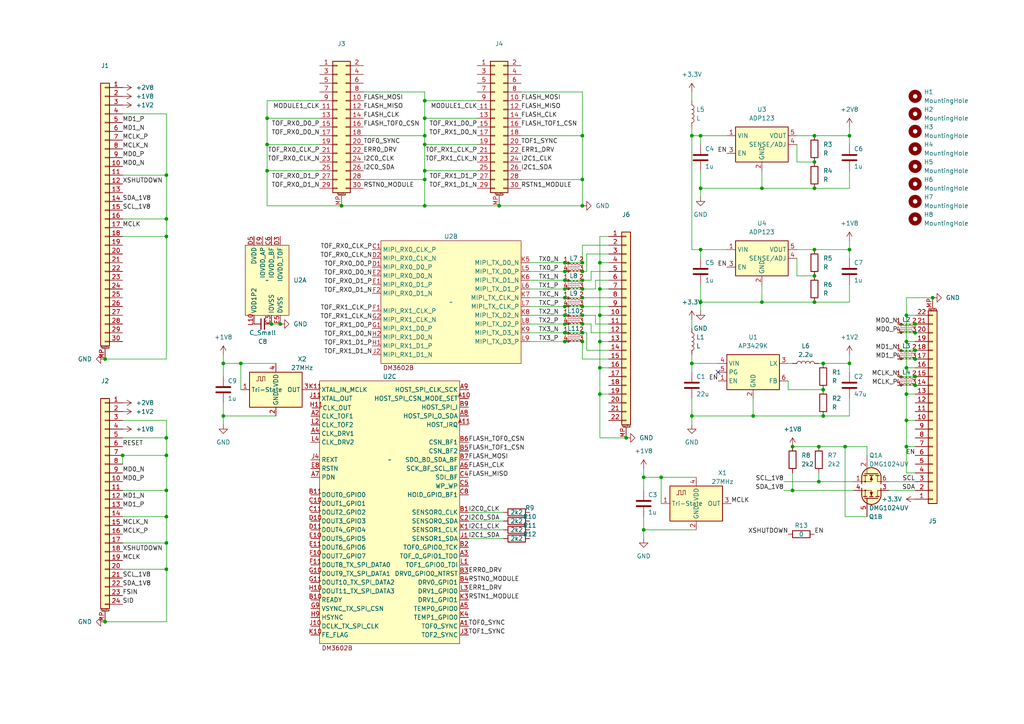
<source format=kicad_sch>
(kicad_sch (version 20230121) (generator eeschema)
  (paper "A4")
  (junction (at 236.22 72.39))
  (junction (at 265.43 104.14))
  (junction (at 48.26 68.58))
  (junction (at 64.77 105.41))
  (junction (at 48.26 165.1))
  (junction (at 173.99 91.44))
  (junction (at 168.91 91.44))
  (junction (at 168.91 52.07))
  (junction (at 265.43 109.22))
  (junction (at 246.38 39.37))
  (junction (at 168.91 99.06))
  (junction (at 168.91 39.37))
  (junction (at 265.43 96.52))
  (junction (at 69.85 105.41))
  (junction (at 203.2 39.37))
  (junction (at 237.49 129.54))
  (junction (at 186.69 138.43))
  (junction (at 168.91 76.2))
  (junction (at 265.43 93.98))
  (junction (at 77.47 41.91))
  (junction (at 163.83 99.06))
  (junction (at 35.56 132.08))
  (junction (at 163.83 86.36))
  (junction (at 123.19 39.37))
  (junction (at 48.26 50.8))
  (junction (at 236.22 54.61))
  (junction (at 236.22 46.99))
  (junction (at 270.51 86.36))
  (junction (at 262.89 99.06))
  (junction (at 48.26 127))
  (junction (at 168.91 59.69))
  (junction (at 168.91 86.36))
  (junction (at 163.83 76.2))
  (junction (at 191.77 138.43))
  (junction (at 64.77 120.65))
  (junction (at 123.19 52.07))
  (junction (at 200.66 105.41))
  (junction (at 246.38 72.39))
  (junction (at 48.26 132.08))
  (junction (at 236.22 39.37))
  (junction (at 200.66 120.65))
  (junction (at 48.26 149.86))
  (junction (at 144.78 59.69))
  (junction (at 30.48 104.14))
  (junction (at 173.99 99.06))
  (junction (at 48.26 142.24))
  (junction (at 168.91 88.9))
  (junction (at 238.76 113.03))
  (junction (at 203.2 87.63))
  (junction (at 186.69 153.67))
  (junction (at 163.83 81.28))
  (junction (at 77.47 34.29))
  (junction (at 236.22 80.01))
  (junction (at 220.98 54.61))
  (junction (at 123.19 49.53))
  (junction (at 163.83 93.98))
  (junction (at 236.22 87.63))
  (junction (at 262.89 106.68))
  (junction (at 99.06 59.69))
  (junction (at 123.19 34.29))
  (junction (at 168.91 96.52))
  (junction (at 237.49 139.7))
  (junction (at 168.91 78.74))
  (junction (at 173.99 83.82))
  (junction (at 181.61 127))
  (junction (at 48.26 157.48))
  (junction (at 123.19 29.21))
  (junction (at 168.91 81.28))
  (junction (at 163.83 91.44))
  (junction (at 163.83 96.52))
  (junction (at 78.74 93.98))
  (junction (at 220.98 87.63))
  (junction (at 203.2 72.39))
  (junction (at 262.89 114.3))
  (junction (at 48.26 63.5))
  (junction (at 262.89 121.92))
  (junction (at 245.11 129.54))
  (junction (at 200.66 39.37))
  (junction (at 246.38 105.41))
  (junction (at 123.19 59.69))
  (junction (at 265.43 111.76))
  (junction (at 168.91 93.98))
  (junction (at 77.47 49.53))
  (junction (at 173.99 114.3))
  (junction (at 173.99 76.2))
  (junction (at 203.2 54.61))
  (junction (at 265.43 101.6))
  (junction (at 218.44 120.65))
  (junction (at 163.83 88.9))
  (junction (at 163.83 83.82))
  (junction (at 123.19 41.91))
  (junction (at 81.28 93.98))
  (junction (at 30.48 180.34))
  (junction (at 238.76 105.41))
  (junction (at 229.87 142.24))
  (junction (at 262.89 91.44))
  (junction (at 238.76 120.65))
  (junction (at 229.87 129.54))
  (junction (at 168.91 83.82))
  (junction (at 262.89 129.54))
  (junction (at 173.99 106.68))
  (junction (at 163.83 78.74))
  (no_connect (at 208.28 107.95))
  (wire (pts (xy 186.69 138.43) (xy 191.77 138.43)))
  (wire (pts (xy 220.98 87.63) (xy 236.22 87.63)))
  (wire (pts (xy 220.98 82.55) (xy 220.98 87.63)))
  (wire (pts (xy 163.83 88.9) (xy 168.91 88.9)))
  (wire (pts (xy 238.76 120.65) (xy 246.38 120.65)))
  (wire (pts (xy 173.99 99.06) (xy 173.99 106.68)))
  (wire (pts (xy 170.18 78.74) (xy 170.18 73.66)))
  (wire (pts (xy 153.67 88.9) (xy 163.83 88.9)))
  (wire (pts (xy 123.19 49.53) (xy 138.43 49.53)))
  (wire (pts (xy 123.19 41.91) (xy 138.43 41.91)))
  (wire (pts (xy 168.91 52.07) (xy 168.91 59.69)))
  (wire (pts (xy 69.85 105.41) (xy 69.85 113.03)))
  (wire (pts (xy 35.56 50.8) (xy 48.26 50.8)))
  (wire (pts (xy 200.66 26.67) (xy 200.66 29.21)))
  (wire (pts (xy 123.19 34.29) (xy 138.43 34.29)))
  (wire (pts (xy 35.56 165.1) (xy 48.26 165.1)))
  (wire (pts (xy 151.13 26.67) (xy 168.91 26.67)))
  (wire (pts (xy 203.2 87.63) (xy 203.2 90.17)))
  (wire (pts (xy 168.91 81.28) (xy 171.45 81.28)))
  (wire (pts (xy 171.45 93.98) (xy 171.45 96.52)))
  (wire (pts (xy 48.26 165.1) (xy 48.26 180.34)))
  (wire (pts (xy 163.83 81.28) (xy 168.91 81.28)))
  (wire (pts (xy 262.89 99.06) (xy 265.43 99.06)))
  (wire (pts (xy 35.56 121.92) (xy 48.26 121.92)))
  (wire (pts (xy 200.66 92.71) (xy 200.66 95.25)))
  (wire (pts (xy 251.46 129.54) (xy 251.46 132.08)))
  (wire (pts (xy 35.56 132.08) (xy 48.26 132.08)))
  (wire (pts (xy 123.19 39.37) (xy 123.19 41.91)))
  (wire (pts (xy 168.91 104.14) (xy 176.53 104.14)))
  (wire (pts (xy 228.6 110.49) (xy 228.6 113.03)))
  (wire (pts (xy 153.67 86.36) (xy 163.83 86.36)))
  (wire (pts (xy 245.11 129.54) (xy 237.49 129.54)))
  (wire (pts (xy 231.14 46.99) (xy 231.14 41.91)))
  (wire (pts (xy 203.2 54.61) (xy 203.2 57.15)))
  (wire (pts (xy 246.38 36.83) (xy 246.38 39.37)))
  (wire (pts (xy 246.38 69.85) (xy 246.38 72.39)))
  (wire (pts (xy 257.81 142.24) (xy 265.43 142.24)))
  (wire (pts (xy 48.26 104.14) (xy 30.48 104.14)))
  (wire (pts (xy 163.83 93.98) (xy 168.91 93.98)))
  (wire (pts (xy 172.72 91.44) (xy 172.72 93.98)))
  (wire (pts (xy 262.89 114.3) (xy 265.43 114.3)))
  (wire (pts (xy 69.85 105.41) (xy 80.01 105.41)))
  (wire (pts (xy 123.19 59.69) (xy 144.78 59.69)))
  (wire (pts (xy 105.41 26.67) (xy 123.19 26.67)))
  (wire (pts (xy 64.77 105.41) (xy 64.77 109.22)))
  (wire (pts (xy 163.83 91.44) (xy 168.91 91.44)))
  (wire (pts (xy 236.22 39.37) (xy 246.38 39.37)))
  (wire (pts (xy 203.2 72.39) (xy 210.82 72.39)))
  (wire (pts (xy 48.26 50.8) (xy 48.26 63.5)))
  (wire (pts (xy 173.99 83.82) (xy 173.99 91.44)))
  (wire (pts (xy 123.19 59.69) (xy 99.06 59.69)))
  (wire (pts (xy 173.99 127) (xy 181.61 127)))
  (wire (pts (xy 238.76 105.41) (xy 246.38 105.41)))
  (wire (pts (xy 191.77 138.43) (xy 191.77 146.05)))
  (wire (pts (xy 173.99 106.68) (xy 173.99 114.3)))
  (wire (pts (xy 123.19 26.67) (xy 123.19 29.21)))
  (wire (pts (xy 135.89 151.13) (xy 146.05 151.13)))
  (wire (pts (xy 262.89 121.92) (xy 262.89 114.3)))
  (wire (pts (xy 64.77 116.84) (xy 64.77 120.65)))
  (wire (pts (xy 135.89 156.21) (xy 146.05 156.21)))
  (wire (pts (xy 200.66 120.65) (xy 218.44 120.65)))
  (wire (pts (xy 260.35 101.6) (xy 265.43 101.6)))
  (wire (pts (xy 78.74 93.98) (xy 81.28 93.98)))
  (wire (pts (xy 48.26 33.02) (xy 48.26 50.8)))
  (wire (pts (xy 173.99 68.58) (xy 176.53 68.58)))
  (wire (pts (xy 262.89 106.68) (xy 262.89 99.06)))
  (wire (pts (xy 228.6 113.03) (xy 238.76 113.03)))
  (wire (pts (xy 246.38 102.87) (xy 246.38 105.41)))
  (wire (pts (xy 203.2 74.93) (xy 203.2 72.39)))
  (wire (pts (xy 173.99 91.44) (xy 176.53 91.44)))
  (wire (pts (xy 227.33 142.24) (xy 229.87 142.24)))
  (wire (pts (xy 262.89 114.3) (xy 262.89 106.68)))
  (wire (pts (xy 173.99 68.58) (xy 173.99 76.2)))
  (wire (pts (xy 173.99 114.3) (xy 176.53 114.3)))
  (wire (pts (xy 168.91 71.12) (xy 176.53 71.12)))
  (wire (pts (xy 220.98 49.53) (xy 220.98 54.61)))
  (wire (pts (xy 262.89 137.16) (xy 262.89 129.54)))
  (wire (pts (xy 123.19 52.07) (xy 123.19 59.69)))
  (wire (pts (xy 77.47 41.91) (xy 77.47 34.29)))
  (wire (pts (xy 172.72 93.98) (xy 176.53 93.98)))
  (wire (pts (xy 168.91 91.44) (xy 172.72 91.44)))
  (wire (pts (xy 77.47 41.91) (xy 77.47 49.53)))
  (wire (pts (xy 170.18 73.66) (xy 176.53 73.66)))
  (wire (pts (xy 173.99 76.2) (xy 173.99 83.82)))
  (wire (pts (xy 168.91 88.9) (xy 176.53 88.9)))
  (wire (pts (xy 48.26 149.86) (xy 48.26 157.48)))
  (wire (pts (xy 203.2 82.55) (xy 203.2 87.63)))
  (wire (pts (xy 123.19 41.91) (xy 123.19 49.53)))
  (wire (pts (xy 163.83 83.82) (xy 168.91 83.82)))
  (wire (pts (xy 260.35 93.98) (xy 265.43 93.98)))
  (wire (pts (xy 260.35 109.22) (xy 265.43 109.22)))
  (wire (pts (xy 227.33 139.7) (xy 237.49 139.7)))
  (wire (pts (xy 170.18 96.52) (xy 170.18 101.6)))
  (wire (pts (xy 200.66 72.39) (xy 203.2 72.39)))
  (wire (pts (xy 168.91 96.52) (xy 170.18 96.52)))
  (wire (pts (xy 64.77 123.19) (xy 64.77 120.65)))
  (wire (pts (xy 64.77 105.41) (xy 69.85 105.41)))
  (wire (pts (xy 77.47 34.29) (xy 77.47 29.21)))
  (wire (pts (xy 64.77 102.87) (xy 64.77 105.41)))
  (wire (pts (xy 48.26 180.34) (xy 30.48 180.34)))
  (wire (pts (xy 203.2 54.61) (xy 220.98 54.61)))
  (wire (pts (xy 236.22 72.39) (xy 246.38 72.39)))
  (wire (pts (xy 173.99 99.06) (xy 176.53 99.06)))
  (wire (pts (xy 168.91 86.36) (xy 176.53 86.36)))
  (wire (pts (xy 135.89 148.59) (xy 146.05 148.59)))
  (wire (pts (xy 171.45 96.52) (xy 176.53 96.52)))
  (wire (pts (xy 153.67 76.2) (xy 163.83 76.2)))
  (wire (pts (xy 200.66 107.95) (xy 200.66 105.41)))
  (wire (pts (xy 153.67 96.52) (xy 163.83 96.52)))
  (wire (pts (xy 123.19 34.29) (xy 123.19 39.37)))
  (wire (pts (xy 153.67 83.82) (xy 163.83 83.82)))
  (wire (pts (xy 35.56 33.02) (xy 48.26 33.02)))
  (wire (pts (xy 168.91 83.82) (xy 172.72 83.82)))
  (wire (pts (xy 231.14 80.01) (xy 231.14 74.93)))
  (wire (pts (xy 153.67 78.74) (xy 163.83 78.74)))
  (wire (pts (xy 173.99 114.3) (xy 173.99 127)))
  (wire (pts (xy 35.56 149.86) (xy 48.26 149.86)))
  (wire (pts (xy 200.66 123.19) (xy 200.66 120.65)))
  (wire (pts (xy 48.26 68.58) (xy 48.26 104.14)))
  (wire (pts (xy 168.91 39.37) (xy 168.91 52.07)))
  (wire (pts (xy 77.47 34.29) (xy 92.71 34.29)))
  (wire (pts (xy 262.89 99.06) (xy 262.89 91.44)))
  (wire (pts (xy 186.69 138.43) (xy 186.69 142.24)))
  (wire (pts (xy 168.91 93.98) (xy 171.45 93.98)))
  (wire (pts (xy 200.66 39.37) (xy 203.2 39.37)))
  (wire (pts (xy 265.43 129.54) (xy 262.89 129.54)))
  (wire (pts (xy 186.69 149.86) (xy 186.69 153.67)))
  (wire (pts (xy 218.44 115.57) (xy 218.44 120.65)))
  (wire (pts (xy 237.49 105.41) (xy 238.76 105.41)))
  (wire (pts (xy 168.91 76.2) (xy 168.91 71.12)))
  (wire (pts (xy 200.66 36.83) (xy 200.66 39.37)))
  (wire (pts (xy 168.91 59.69) (xy 144.78 59.69)))
  (wire (pts (xy 236.22 80.01) (xy 231.14 80.01)))
  (wire (pts (xy 237.49 129.54) (xy 229.87 129.54)))
  (wire (pts (xy 228.6 105.41) (xy 229.87 105.41)))
  (wire (pts (xy 257.81 139.7) (xy 265.43 139.7)))
  (wire (pts (xy 99.06 59.69) (xy 77.47 59.69)))
  (wire (pts (xy 260.35 104.14) (xy 265.43 104.14)))
  (wire (pts (xy 48.26 142.24) (xy 48.26 149.86)))
  (wire (pts (xy 163.83 99.06) (xy 168.91 99.06)))
  (wire (pts (xy 200.66 105.41) (xy 208.28 105.41)))
  (wire (pts (xy 251.46 149.86) (xy 245.11 149.86)))
  (wire (pts (xy 48.26 132.08) (xy 48.26 142.24)))
  (wire (pts (xy 171.45 81.28) (xy 171.45 78.74)))
  (wire (pts (xy 153.67 81.28) (xy 163.83 81.28)))
  (wire (pts (xy 77.47 41.91) (xy 92.71 41.91)))
  (wire (pts (xy 48.26 127) (xy 48.26 132.08)))
  (wire (pts (xy 172.72 83.82) (xy 172.72 81.28)))
  (wire (pts (xy 105.41 52.07) (xy 123.19 52.07)))
  (wire (pts (xy 260.35 111.76) (xy 265.43 111.76)))
  (wire (pts (xy 168.91 104.14) (xy 168.91 99.06)))
  (wire (pts (xy 172.72 81.28) (xy 176.53 81.28)))
  (wire (pts (xy 218.44 120.65) (xy 238.76 120.65)))
  (wire (pts (xy 168.91 26.67) (xy 168.91 39.37)))
  (wire (pts (xy 186.69 135.89) (xy 186.69 138.43)))
  (wire (pts (xy 231.14 39.37) (xy 236.22 39.37)))
  (wire (pts (xy 200.66 102.87) (xy 200.66 105.41)))
  (wire (pts (xy 265.43 137.16) (xy 262.89 137.16)))
  (wire (pts (xy 245.11 129.54) (xy 251.46 129.54)))
  (wire (pts (xy 35.56 68.58) (xy 48.26 68.58)))
  (wire (pts (xy 138.43 29.21) (xy 123.19 29.21)))
  (wire (pts (xy 151.13 39.37) (xy 168.91 39.37)))
  (wire (pts (xy 231.14 72.39) (xy 236.22 72.39)))
  (wire (pts (xy 48.26 121.92) (xy 48.26 127)))
  (wire (pts (xy 262.89 129.54) (xy 262.89 121.92)))
  (wire (pts (xy 203.2 49.53) (xy 203.2 54.61)))
  (wire (pts (xy 163.83 96.52) (xy 168.91 96.52)))
  (wire (pts (xy 200.66 115.57) (xy 200.66 120.65)))
  (wire (pts (xy 170.18 101.6) (xy 176.53 101.6)))
  (wire (pts (xy 200.66 39.37) (xy 200.66 72.39)))
  (wire (pts (xy 123.19 29.21) (xy 123.19 34.29)))
  (wire (pts (xy 64.77 120.65) (xy 80.01 120.65)))
  (wire (pts (xy 48.26 157.48) (xy 48.26 165.1)))
  (wire (pts (xy 105.41 39.37) (xy 123.19 39.37)))
  (wire (pts (xy 203.2 87.63) (xy 220.98 87.63)))
  (wire (pts (xy 35.56 127) (xy 48.26 127)))
  (wire (pts (xy 262.89 106.68) (xy 265.43 106.68)))
  (wire (pts (xy 123.19 49.53) (xy 123.19 52.07)))
  (wire (pts (xy 246.38 39.37) (xy 246.38 41.91)))
  (wire (pts (xy 153.67 99.06) (xy 163.83 99.06)))
  (wire (pts (xy 77.47 49.53) (xy 77.47 59.69)))
  (wire (pts (xy 220.98 54.61) (xy 236.22 54.61)))
  (wire (pts (xy 163.83 78.74) (xy 168.91 78.74)))
  (wire (pts (xy 262.89 91.44) (xy 265.43 91.44)))
  (wire (pts (xy 236.22 87.63) (xy 246.38 87.63)))
  (wire (pts (xy 35.56 63.5) (xy 48.26 63.5)))
  (wire (pts (xy 262.89 121.92) (xy 265.43 121.92)))
  (wire (pts (xy 173.99 91.44) (xy 173.99 99.06)))
  (wire (pts (xy 260.35 96.52) (xy 265.43 96.52)))
  (wire (pts (xy 203.2 39.37) (xy 210.82 39.37)))
  (wire (pts (xy 246.38 87.63) (xy 246.38 82.55)))
  (wire (pts (xy 173.99 76.2) (xy 176.53 76.2)))
  (wire (pts (xy 77.47 29.21) (xy 92.71 29.21)))
  (wire (pts (xy 135.89 153.67) (xy 146.05 153.67)))
  (wire (pts (xy 173.99 106.68) (xy 176.53 106.68)))
  (wire (pts (xy 153.67 91.44) (xy 163.83 91.44)))
  (wire (pts (xy 237.49 137.16) (xy 237.49 139.7)))
  (wire (pts (xy 35.56 134.62) (xy 35.56 132.08)))
  (wire (pts (xy 186.69 153.67) (xy 201.93 153.67)))
  (wire (pts (xy 237.49 139.7) (xy 247.65 139.7)))
  (wire (pts (xy 236.22 54.61) (xy 246.38 54.61)))
  (wire (pts (xy 163.83 86.36) (xy 168.91 86.36)))
  (wire (pts (xy 262.89 91.44) (xy 262.89 86.36)))
  (wire (pts (xy 186.69 156.21) (xy 186.69 153.67)))
  (wire (pts (xy 246.38 105.41) (xy 246.38 107.95)))
  (wire (pts (xy 246.38 120.65) (xy 246.38 115.57)))
  (wire (pts (xy 262.89 86.36) (xy 270.51 86.36)))
  (wire (pts (xy 48.26 63.5) (xy 48.26 68.58)))
  (wire (pts (xy 247.65 142.24) (xy 229.87 142.24)))
  (wire (pts (xy 163.83 76.2) (xy 168.91 76.2)))
  (wire (pts (xy 229.87 142.24) (xy 229.87 137.16)))
  (wire (pts (xy 245.11 149.86) (xy 245.11 129.54)))
  (wire (pts (xy 191.77 138.43) (xy 201.93 138.43)))
  (wire (pts (xy 171.45 78.74) (xy 176.53 78.74)))
  (wire (pts (xy 173.99 83.82) (xy 176.53 83.82)))
  (wire (pts (xy 246.38 54.61) (xy 246.38 49.53)))
  (wire (pts (xy 203.2 41.91) (xy 203.2 39.37)))
  (wire (pts (xy 168.91 78.74) (xy 170.18 78.74)))
  (wire (pts (xy 151.13 52.07) (xy 168.91 52.07)))
  (wire (pts (xy 246.38 72.39) (xy 246.38 74.93)))
  (wire (pts (xy 35.56 157.48) (xy 48.26 157.48)))
  (wire (pts (xy 35.56 142.24) (xy 48.26 142.24)))
  (wire (pts (xy 153.67 93.98) (xy 163.83 93.98)))
  (wire (pts (xy 92.71 49.53) (xy 77.47 49.53)))
  (wire (pts (xy 236.22 46.99) (xy 231.14 46.99)))
  (label "MCLK" (at 212.09 146.05 0))
  (label "I2C0_SDA" (at 105.41 49.53 0))
  (label "TX2_P" (at 156.21 93.98 0))
  (label "MCLK_N" (at 35.56 152.4 0))
  (label "FLASH_TOF1_CSN" (at 151.13 36.83 0))
  (label "FLASH_MOSI" (at 151.13 29.21 0))
  (label "TOF_RX0_CLK_P" (at 107.95 72.39 180))
  (label "TOF_RX0_D0_P" (at 107.95 77.47 180))
  (label "ERR1_DRV" (at 151.13 44.45 0))
  (label "TOF_RX1_CLK_N" (at 138.43 46.99 180))
  (label "TX0_P" (at 156.21 78.74 0))
  (label "EN" (at 208.28 110.49 180))
  (label "MCLK_P" (at 35.56 154.94 0))
  (label "SDA_1V8" (at 227.33 142.24 180))
  (label "TXC_P" (at 156.21 88.9 0))
  (label "RESET" (at 35.56 129.54 0))
  (label "MD0_N" (at 260.35 93.98 180))
  (label "FLASH_TOF1_CSN" (at 135.89 130.81 0))
  (label "FLASH_MOSI" (at 105.41 29.21 0))
  (label "FLASH_MISO" (at 105.41 31.75 0))
  (label "FLASH_CLK" (at 151.13 34.29 0))
  (label "SDA_1V8" (at 35.56 58.42 0))
  (label "I2C0_CLK" (at 105.41 46.99 0))
  (label "MODULE1_CLK" (at 92.71 31.75 180))
  (label "MODULE1_CLK" (at 138.43 31.75 180))
  (label "TOF_RX1_CLK_P" (at 107.95 90.17 180))
  (label "MD1_P" (at 35.56 35.56 0))
  (label "TOF1_SYNC" (at 135.89 184.15 0))
  (label "TOF_RX0_D0_N" (at 92.71 39.37 180))
  (label "EN" (at 210.82 44.45 180))
  (label "TX3_N" (at 156.21 96.52 0))
  (label "FLASH_TOF0_CSN" (at 135.89 128.27 0))
  (label "TOF_RX0_D1_P" (at 92.71 52.07 180))
  (label "MD1_N" (at 35.56 144.78 0))
  (label "I2C0_CLK" (at 135.89 148.59 0))
  (label "MCLK_N" (at 260.35 109.22 180))
  (label "TOF_RX0_CLK_N" (at 92.71 46.99 180))
  (label "MD0_P" (at 35.56 139.7 0))
  (label "TOF_RX1_D1_N" (at 138.43 54.61 180))
  (label "SCL_1V8" (at 227.33 139.7 180))
  (label "MD0_P" (at 260.35 96.52 180))
  (label "XSHUTDOWN" (at 35.56 53.34 0))
  (label "TXC_N" (at 156.21 86.36 0))
  (label "RSTN1_MODULE" (at 135.89 173.99 0))
  (label "EN" (at 236.22 154.94 0))
  (label "XSHUTDOWN" (at 228.6 154.94 180))
  (label "TOF_RX0_D1_P" (at 107.95 82.55 180))
  (label "FLASH_MOSI" (at 135.89 133.35 0))
  (label "RSTN0_MODULE" (at 105.41 54.61 0))
  (label "EN" (at 210.82 77.47 180))
  (label "MD1_P" (at 260.35 104.14 180))
  (label "XSHUTDOWN" (at 35.56 160.02 0))
  (label "TOF_RX1_D0_N" (at 138.43 39.37 180))
  (label "SCL_1V8" (at 35.56 167.64 0))
  (label "TX1_N" (at 156.21 81.28 0))
  (label "TOF_RX1_D1_P" (at 107.95 100.33 180))
  (label "SID" (at 35.56 175.26 0))
  (label "I2C1_SDA" (at 151.13 49.53 0))
  (label "TX3_P" (at 156.21 99.06 0))
  (label "MD1_P" (at 35.56 147.32 0))
  (label "TOF1_SYNC" (at 151.13 41.91 0))
  (label "MD0_N" (at 35.56 137.16 0))
  (label "TX1_P" (at 156.21 83.82 0))
  (label "SDA" (at 265.43 142.24 180))
  (label "I2C1_CLK" (at 151.13 46.99 0))
  (label "TOF_RX0_CLK_N" (at 107.95 74.93 180))
  (label "MCLK" (at 35.56 162.56 0))
  (label "FLASH_MISO" (at 151.13 31.75 0))
  (label "I2C1_SDA" (at 135.89 156.21 0))
  (label "RSTN1_MODULE" (at 151.13 54.61 0))
  (label "SCL" (at 265.43 139.7 180))
  (label "ERR1_DRV" (at 135.89 171.45 0))
  (label "TOF_RX1_CLK_P" (at 138.43 44.45 180))
  (label "MCLK_P" (at 35.56 40.64 0))
  (label "MD1_N" (at 35.56 38.1 0))
  (label "MD1_N" (at 260.35 101.6 180))
  (label "SCL_1V8" (at 35.56 60.96 0))
  (label "FLASH_CLK" (at 135.89 135.89 0))
  (label "I2C0_SDA" (at 135.89 151.13 0))
  (label "TOF0_SYNC" (at 135.89 181.61 0))
  (label "TOF0_SYNC" (at 105.41 41.91 0))
  (label "FSIN" (at 35.56 172.72 0))
  (label "FLASH_MISO" (at 135.89 138.43 0))
  (label "MCLK_N" (at 35.56 43.18 0))
  (label "TOF_RX1_D0_N" (at 107.95 97.79 180))
  (label "ERR0_DRV" (at 105.41 44.45 0))
  (label "FLASH_CLK" (at 105.41 34.29 0))
  (label "TOF_RX1_D1_N" (at 107.95 102.87 180))
  (label "TOF_RX1_D1_P" (at 138.43 52.07 180))
  (label "TOF_RX0_CLK_P" (at 92.71 44.45 180))
  (label "TOF_RX0_D1_N" (at 107.95 85.09 180))
  (label "I2C1_CLK" (at 135.89 153.67 0))
  (label "TOF_RX0_D1_N" (at 92.71 54.61 180))
  (label "MD0_P" (at 35.56 45.72 0))
  (label "RSTN0_MODULE" (at 135.89 168.91 0))
  (label "EN" (at 265.43 132.08 180))
  (label "TOF_RX0_D0_P" (at 92.71 36.83 180))
  (label "TOF_RX0_D0_N" (at 107.95 80.01 180))
  (label "MD0_N" (at 35.56 48.26 0))
  (label "SDA_1V8" (at 35.56 170.18 0))
  (label "MCLK" (at 35.56 66.04 0))
  (label "FLASH_TOF0_CSN" (at 105.41 36.83 0))
  (label "TX0_N" (at 156.21 76.2 0))
  (label "TOF_RX1_CLK_N" (at 107.95 92.71 180))
  (label "MCLK_P" (at 260.35 111.76 180))
  (label "TX2_N" (at 156.21 91.44 0))
  (label "TOF_RX1_D0_P" (at 107.95 95.25 180))
  (label "TOF_RX1_D0_P" (at 138.43 36.83 180))
  (label "ERR0_DRV" (at 135.89 166.37 0))
  (symbol (lib_id "Device:R") (at 236.22 76.2 0) (unit 1)
    (property "Reference" "R5" (at 238.76 74.93 0) (effects (justify left)))
    (property "Value" "R" (at 238.76 77.47 0) (effects (justify left)))
    (property "Footprint" "Resistor_SMD:R_0402_1005Metric" (effects hide))
  )
  (symbol (lib_id "power:GND") (at 186.69 156.21 0) (unit 1)
    (property "Reference" "#PWR010" (effects hide))
    (property "Value" "GND" (at 186.69 161.29 0))
  )
  (symbol (lib_id "Device:R") (at 237.49 133.35 0) (unit 1)
    (property "Reference" "R7" (at 240.03 132.08 0) (effects (justify left)))
    (property "Value" "2k2" (at 240.03 134.62 0) (effects (justify left)))
    (property "Footprint" "Resistor_SMD:R_0402_1005Metric" (effects hide))
  )
  (symbol (lib_id "power:GND") (at 181.61 127 90) (unit 1)
    (property "Reference" "#PWR026" (effects hide))
    (property "Value" "GND" (at 185.42 127 90) (effects (justify right)))
  )
  (symbol (lib_id "Device:R") (at 149.86 156.21 270) (unit 1)
    (property "Reference" "R12" (at 153.67 154.94 90))
    (property "Value" "2k2" (at 149.86 156.21 90))
    (property "Footprint" "Resistor_SMD:R_0402_1005Metric" (effects hide))
  )
  (symbol (lib_id "Device:L") (at 200.66 33.02 0) (unit 1)
    (property "Reference" "L5" (at 201.93 31.75 0) (effects (justify left)))
    (property "Value" "L" (at 201.93 34.29 0) (effects (justify left)))
    (property "Footprint" "Inductor_SMD:L_0603_1608Metric" (effects hide))
  )
  (symbol (lib_id "power:+1V2") (at 35.56 119.38 270) (unit 1)
    (property "Reference" "#PWR05" (effects hide))
    (property "Value" "+1V2" (at 39.37 119.38 90) (effects (justify left)))
  )
  (symbol (lib_id "power:+3.3V") (at 200.66 92.71 0) (unit 1)
    (property "Reference" "#PWR07" (effects hide))
    (property "Value" "+3.3V" (at 200.66 87.63 0))
  )
  (symbol (lib_id "power:+3.3V") (at 265.43 144.78 90) (unit 1)
    (property "Reference" "#PWR011" (effects hide))
    (property "Value" "+3.3V" (at 261.62 144.78 90) (effects (justify left)))
  )
  (symbol (lib_id "Device:L_Ferrite_Coupled_Small_1243") (at 262.89 95.25 0) (unit 1)
    (property "Reference" "L2" (at 262.89 92.71 0))
    (property "Value" "L_Ferrite_Coupled_Small_1243" (effects hide))
    (property "Footprint" "Inductor_SMD:L_CommonModeChoke_Coilcraft_0603USB" (effects hide))
  )
  (symbol (lib_id "PCM_Transistor_MOSFET_AKL:DMG1024UV") (at 252.73 143.51 270) (mirror x) (unit 2)
    (property "Reference" "Q1" (at 254 149.86 90))
    (property "Value" "DMG1024UV" (at 257.81 147.32 90))
    (property "Footprint" "Package_TO_SOT_SMD:SOT-563" (effects hide))
    (property "Datasheet" "https://www.tme.eu/Document/52fe48d76fd111aba3a433cf54a063a7/DMG1024UV-DTE.pdf" (effects hide))
  )
  (symbol (lib_id "Device:C") (at 200.66 111.76 0) (unit 1)
    (property "Reference" "C1" (at 201.93 109.22 0) (effects (justify left)))
    (property "Value" "22u" (at 201.93 114.3 0) (effects (justify left)))
    (property "Footprint" "Capacitor_SMD:C_0603_1608Metric" (effects hide))
  )
  (symbol (lib_id "Mechanical:MountingHole") (at 265.43 38.1 0) (unit 1)
    (property "Reference" "H3" (at 267.97 36.83 0) (effects (justify left)))
    (property "Value" "MountingHole" (at 267.97 39.37 0) (effects (justify left)))
    (property "Footprint" "MountingHole:MountingHole_2.2mm_M2" (effects hide))
  )
  (symbol (lib_id "power:GND") (at 200.66 123.19 0) (unit 1)
    (property "Reference" "#PWR017" (effects hide))
    (property "Value" "GND" (at 200.66 128.27 0))
  )
  (symbol (lib_id "power:+2V8") (at 246.38 36.83 0) (unit 1)
    (property "Reference" "#PWR015" (effects hide))
    (property "Value" "+2V8" (at 246.38 31.75 0))
  )
  (symbol (lib_id "power:+1V8") (at 64.77 102.87 0) (unit 1)
    (property "Reference" "#PWR023" (effects hide))
    (property "Value" "+1V8" (at 64.77 97.79 0))
  )
  (symbol (lib_id "power:GND") (at 30.48 180.34 270) (unit 1)
    (property "Reference" "#PWR021" (effects hide))
    (property "Value" "GND" (at 26.67 180.34 90) (effects (justify right)))
  )
  (symbol (lib_id "Device:R") (at 238.76 116.84 0) (unit 1)
    (property "Reference" "R2" (at 241.3 115.57 0) (effects (justify left)))
    (property "Value" "R" (at 241.3 118.11 0) (effects (justify left)))
    (property "Footprint" "Resistor_SMD:R_0402_1005Metric" (effects hide))
  )
  (symbol (lib_id "Connector_Generic_MountingPin:Conn_01x30_MountingPin") (at 30.48 60.96 0) (mirror y) (unit 1)
    (property "Reference" "J1" (at 30.48 19.05 0))
    (property "Value" "Conn_01x30_MountingPin" (effects hide))
    (property "Footprint" "Connector_FFC-FPC:Hirose_FH12-30S-0.5SH_1x30-1MP_P0.50mm_Horizontal" (effects hide))
  )
  (symbol (lib_id "Connector_Generic_MountingPin:Conn_02x15_Odd_Even_MountingPin") (at 97.79 36.83 0) (unit 1)
    (property "Reference" "J3" (at 99.06 12.7 0))
    (property "Value" "Conn_02x15_Odd_Even_MountingPin" (effects hide))
    (property "Footprint" "Connector_Molex:Molex_SlimStack_502426-3010_2x15_P0.40mm_Vertical" (effects hide))
  )
  (symbol (lib_id "Mechanical:MountingHole") (at 265.43 58.42 0) (unit 1)
    (property "Reference" "H7" (at 267.97 57.15 0) (effects (justify left)))
    (property "Value" "MountingHole" (at 267.97 59.69 0) (effects (justify left)))
    (property "Footprint" "MountingHole:MountingHole_2.2mm_M2" (effects hide))
  )
  (symbol (lib_id "Device:L_Ferrite_Coupled_Small_1243") (at 166.37 97.79 0) (unit 1)
    (property "Reference" "L11" (at 166.37 95.25 0))
    (property "Value" "L_Ferrite_Coupled_Small_1342" (effects hide))
    (property "Footprint" "Inductor_SMD:L_CommonModeChoke_Coilcraft_0603USB" (effects hide))
  )
  (symbol (lib_id "Mechanical:MountingHole") (at 265.43 33.02 0) (unit 1)
    (property "Reference" "H2" (at 267.97 31.75 0) (effects (justify left)))
    (property "Value" "MountingHole" (at 267.97 34.29 0) (effects (justify left)))
    (property "Footprint" "MountingHole:MountingHole_2.2mm_M2" (effects hide))
  )
  (symbol (lib_id "power:GND") (at 30.48 104.14 270) (unit 1)
    (property "Reference" "#PWR020" (effects hide))
    (property "Value" "GND" (at 26.67 104.14 90) (effects (justify right)))
  )
  (symbol (lib_id "power:+2V8") (at 35.56 116.84 270) (unit 1)
    (property "Reference" "#PWR04" (effects hide))
    (property "Value" "+2V8" (at 39.37 116.84 90) (effects (justify left)))
  )
  (symbol (lib_id "power:+1V2") (at 246.38 102.87 0) (unit 1)
    (property "Reference" "#PWR08" (effects hide))
    (property "Value" "+1V2" (at 246.38 97.79 0))
  )
  (symbol (lib_id "power:GND") (at 203.2 57.15 0) (unit 1)
    (property "Reference" "#PWR013" (effects hide))
    (property "Value" "GND" (at 203.2 62.23 0))
  )
  (symbol (lib_id "Mechanical:MountingHole") (at 265.43 48.26 0) (unit 1)
    (property "Reference" "H5" (at 267.97 46.99 0) (effects (justify left)))
    (property "Value" "MountingHole" (at 267.97 49.53 0) (effects (justify left)))
    (property "Footprint" "MountingHole:MountingHole_2.2mm_M2" (effects hide))
  )
  (symbol (lib_id "Device:L_Ferrite_Coupled_Small_1243") (at 262.89 110.49 0) (unit 1)
    (property "Reference" "L4" (at 262.89 107.95 0))
    (property "Value" "L_Ferrite_Coupled_Small_1243" (effects hide))
    (property "Footprint" "Inductor_SMD:L_CommonModeChoke_Coilcraft_0603USB" (effects hide))
  )
  (symbol (lib_id "Device:L") (at 233.68 105.41 90) (unit 1)
    (property "Reference" "L6" (at 233.68 100.33 90))
    (property "Value" "2.2u" (at 233.68 102.87 90))
    (property "Footprint" "Inductor_SMD:L_1008_2520Metric" (effects hide))
  )
  (symbol (lib_id "power:+1V8") (at 186.69 135.89 0) (unit 1)
    (property "Reference" "#PWR09" (effects hide))
    (property "Value" "+1V8" (at 186.69 130.81 0))
  )
  (symbol (lib_id "Device:C") (at 203.2 45.72 0) (unit 1)
    (property "Reference" "C4" (at 204.47 43.18 0) (effects (justify left)))
    (property "Value" "1u" (at 204.47 48.26 0) (effects (justify left)))
    (property "Footprint" "Capacitor_SMD:C_0402_1005Metric" (effects hide))
  )
  (symbol (lib_id "Device:C") (at 64.77 113.03 0) (unit 1)
    (property "Reference" "C9" (at 66.04 110.49 0) (effects (justify left)))
    (property "Value" "1u" (at 66.04 115.57 0) (effects (justify left)))
    (property "Footprint" "Capacitor_SMD:C_0402_1005Metric" (effects hide))
  )
  (symbol (lib_id "Device:L_Ferrite_Coupled_Small_1243") (at 166.37 92.71 0) (unit 1)
    (property "Reference" "L10" (at 166.37 90.17 0))
    (property "Value" "L_Ferrite_Coupled_Small_1342" (effects hide))
    (property "Footprint" "Inductor_SMD:L_CommonModeChoke_Coilcraft_0603USB" (effects hide))
  )
  (symbol (lib_id "power:GND") (at 64.77 123.19 0) (unit 1)
    (property "Reference" "#PWR024" (effects hide))
    (property "Value" "GND" (at 64.77 128.27 0))
  )
  (symbol (lib_id "Connector_Generic_MountingPin:Conn_02x15_Odd_Even_MountingPin") (at 143.51 36.83 0) (unit 1)
    (property "Reference" "J4" (at 144.78 12.7 0))
    (property "Value" "Conn_02x15_Odd_Even_MountingPin" (effects hide))
    (property "Footprint" "Connector_Molex:Molex_SlimStack_502426-3010_2x15_P0.40mm_Vertical" (effects hide))
  )
  (symbol (lib_id "Mechanical:MountingHole") (at 265.43 63.5 0) (unit 1)
    (property "Reference" "H8" (at 267.97 62.23 0) (effects (justify left)))
    (property "Value" "MountingHole" (at 267.97 64.77 0) (effects (justify left)))
    (property "Footprint" "MountingHole:MountingHole_2.2mm_M2" (effects hide))
  )
  (symbol (lib_id "Device:R") (at 149.86 151.13 270) (unit 1)
    (property "Reference" "R10" (at 153.67 149.86 90))
    (property "Value" "2k2" (at 149.86 151.13 90))
    (property "Footprint" "Resistor_SMD:R_0402_1005Metric" (effects hide))
  )
  (symbol (lib_id "Connector_Generic_MountingPin:Conn_01x24_MountingPin") (at 30.48 144.78 0) (mirror y) (unit 1)
    (property "Reference" "J2" (at 30.48 110.49 0))
    (property "Value" "Conn_01x24_MountingPin" (effects hide))
    (property "Footprint" "Connector_FFC-FPC:Hirose_FH12-24S-0.5SH_1x24-1MP_P0.50mm_Horizontal" (effects hide))
  )
  (symbol (lib_id "Device:R") (at 149.86 148.59 270) (unit 1)
    (property "Reference" "R9" (at 153.67 147.32 90))
    (property "Value" "2k2" (at 149.86 148.59 90))
    (property "Footprint" "Resistor_SMD:R_0402_1005Metric" (effects hide))
  )
  (symbol (lib_id "Device:R") (at 238.76 109.22 0) (unit 1)
    (property "Reference" "R1" (at 241.3 107.95 0) (effects (justify left)))
    (property "Value" "R" (at 241.3 110.49 0) (effects (justify left)))
    (property "Footprint" "Resistor_SMD:R_0402_1005Metric" (effects hide))
  )
  (symbol (lib_id "power:GND") (at 203.2 90.17 0) (unit 1)
    (property "Reference" "#PWR014" (effects hide))
    (property "Value" "GND" (at 203.2 95.25 0))
  )
  (symbol (lib_id "Mechanical:MountingHole") (at 265.43 27.94 0) (unit 1)
    (property "Reference" "H1" (at 267.97 26.67 0) (effects (justify left)))
    (property "Value" "MountingHole" (at 267.97 29.21 0) (effects (justify left)))
    (property "Footprint" "MountingHole:MountingHole_2.2mm_M2" (effects hide))
  )
  (symbol (lib_id "projspec:DM3602B") (at 130.81 87.63 0) (unit 2)
    (property "Reference" "U2" (at 130.81 68.58 0))
    (property "Value" "~" (at 130.81 87.63 0))
    (property "Footprint" "Package_BGA:XFBGA-121_8x8mm_Layout11x11_P0.65mm" (effects hide))
  )
  (symbol (lib_id "Connector_Generic_MountingPin:Conn_01x22_MountingPin") (at 270.51 119.38 0) (mirror x) (unit 1)
    (property "Reference" "J5" (at 270.51 151.13 0))
    (property "Value" "Conn_01x22_MountingPin" (effects hide))
    (property "Footprint" "Connector_FFC-FPC:Hirose_FH12-22S-0.5SH_1x22-1MP_P0.50mm_Horizontal" (effects hide))
  )
  (symbol (lib_id "power:+3.3V") (at 200.66 26.67 0) (unit 1)
    (property "Reference" "#PWR012" (effects hide))
    (property "Value" "+3.3V" (at 200.66 21.59 0))
  )
  (symbol (lib_id "power:+1V8") (at 229.87 129.54 0) (unit 1)
    (property "Reference" "#PWR018" (effects hide))
    (property "Value" "+1V8" (at 229.87 124.46 0))
  )
  (symbol (lib_id "Regulator_Linear:ADP7142AUJZ") (at 220.98 74.93 0) (unit 1)
    (property "Reference" "U4" (at 220.98 64.77 0))
    (property "Value" "ADP123" (at 220.98 67.31 0))
    (property "Footprint" "Package_TO_SOT_SMD:TSOT-23-5" (effects hide))
    (property "Datasheet" "https://www.analog.com/media/en/technical-documentation/data-sheets/ADP7142.pdf" (effects hide))
  )
  (symbol (lib_id "Device:C_Small") (at 76.2 93.98 90) (unit 1)
    (property "Reference" "C8" (at 76.2 99.06 90))
    (property "Value" "C_Small" (at 76.2 96.52 90))
  )
  (symbol (lib_id "Connector_Generic_MountingPin:Conn_01x22_MountingPin") (at 181.61 93.98 0) (unit 1)
    (property "Reference" "J6" (at 181.61 62.23 0))
    (property "Value" "Conn_01x22_MountingPin" (effects hide))
    (property "Footprint" "Connector_FFC-FPC:Hirose_FH12-22S-0.5SH_1x22-1MP_P0.50mm_Horizontal" (effects hide))
  )
  (symbol (lib_id "power:+2V8") (at 35.56 25.4 270) (unit 1)
    (property "Reference" "#PWR01" (effects hide))
    (property "Value" "+2V8" (at 39.37 25.4 90) (effects (justify left)))
  )
  (symbol (lib_id "Oscillator:ASCO") (at 201.93 146.05 0) (unit 1)
    (property "Reference" "X1" (at 209.55 137.16 0))
    (property "Value" "27MHz" (at 209.55 139.7 0))
    (property "Footprint" "Crystal:Crystal_SMD_2016-4Pin_2.0x1.6mm" (effects hide))
    (property "Datasheet" "https://abracon.com/Oscillators/ASCO.pdf" (effects hide))
  )
  (symbol (lib_id "Device:C") (at 203.2 78.74 0) (unit 1)
    (property "Reference" "C5" (at 204.47 76.2 0) (effects (justify left)))
    (property "Value" "1u" (at 204.47 81.28 0) (effects (justify left)))
    (property "Footprint" "Capacitor_SMD:C_0402_1005Metric" (effects hide))
  )
  (symbol (lib_id "Device:R") (at 232.41 154.94 90) (unit 1)
    (property "Reference" "R13" (at 232.41 152.4 90))
    (property "Value" "0" (at 232.41 154.94 90))
    (property "Footprint" "Resistor_SMD:R_0402_1005Metric" (effects hide))
  )
  (symbol (lib_id "Device:L_Ferrite_Coupled_Small_1243") (at 166.37 87.63 0) (unit 1)
    (property "Reference" "L9" (at 166.37 85.09 0))
    (property "Value" "L_Ferrite_Coupled_Small_1342" (effects hide))
    (property "Footprint" "Inductor_SMD:L_CommonModeChoke_Coilcraft_0603USB" (effects hide))
  )
  (symbol (lib_id "Device:L") (at 200.66 99.06 0) (unit 1)
    (property "Reference" "L1" (at 201.93 97.79 0) (effects (justify left)))
    (property "Value" "L" (at 201.93 100.33 0) (effects (justify left)))
    (property "Footprint" "Inductor_SMD:L_0603_1608Metric" (effects hide))
  )
  (symbol (lib_id "power:GND") (at 81.28 93.98 90) (unit 1)
    (property "Reference" "#PWR022" (effects hide))
    (property "Value" "GND" (at 85.09 93.98 90) (effects (justify right)))
  )
  (symbol (lib_id "Device:R") (at 149.86 153.67 270) (unit 1)
    (property "Reference" "R11" (at 153.67 152.4 90))
    (property "Value" "2k2" (at 149.86 153.67 90))
    (property "Footprint" "Resistor_SMD:R_0402_1005Metric" (effects hide))
  )
  (symbol (lib_id "Device:R") (at 236.22 83.82 0) (unit 1)
    (property "Reference" "R6" (at 238.76 82.55 0) (effects (justify left)))
    (property "Value" "R" (at 238.76 85.09 0) (effects (justify left)))
    (property "Footprint" "Resistor_SMD:R_0402_1005Metric" (effects hide))
  )
  (symbol (lib_id "Device:L_Ferrite_Coupled_Small_1243") (at 166.37 82.55 0) (unit 1)
    (property "Reference" "L8" (at 166.37 80.01 0))
    (property "Value" "L_Ferrite_Coupled_Small_1342" (effects hide))
    (property "Footprint" "Inductor_SMD:L_CommonModeChoke_Coilcraft_0603USB" (effects hide))
  )
  (symbol (lib_id "Device:C") (at 186.69 146.05 0) (unit 1)
    (property "Reference" "C3" (at 187.96 143.51 0) (effects (justify left)))
    (property "Value" "1u" (at 187.96 148.59 0) (effects (justify left)))
    (property "Footprint" "Capacitor_SMD:C_0402_1005Metric" (effects hide))
  )
  (symbol (lib_id "power:+1V8") (at 35.56 124.46 270) (unit 1)
    (property "Reference" "#PWR06" (effects hide))
    (property "Value" "+1V8" (at 39.37 124.46 90) (effects (justify left)))
  )
  (symbol (lib_id "Mechanical:MountingHole") (at 265.43 53.34 0) (unit 1)
    (property "Reference" "H6" (at 267.97 52.07 0) (effects (justify left)))
    (property "Value" "MountingHole" (at 267.97 54.61 0) (effects (justify left)))
    (property "Footprint" "MountingHole:MountingHole_2.2mm_M2" (effects hide))
  )
  (symbol (lib_id "PCM_Transistor_MOSFET_AKL:DMG1024UV") (at 252.73 138.43 270) (unit 1)
    (property "Reference" "Q1" (at 254 132.08 90))
    (property "Value" "DMG1024UV" (at 257.81 134.62 90))
    (property "Footprint" "Package_TO_SOT_SMD:SOT-563" (effects hide))
    (property "Datasheet" "https://www.tme.eu/Document/52fe48d76fd111aba3a433cf54a063a7/DMG1024UV-DTE.pdf" (effects hide))
  )
  (symbol (lib_id "Device:R") (at 236.22 50.8 0) (unit 1)
    (property "Reference" "R4" (at 238.76 49.53 0) (effects (justify left)))
    (property "Value" "R" (at 238.76 52.07 0) (effects (justify left)))
    (property "Footprint" "Resistor_SMD:R_0402_1005Metric" (effects hide))
  )
  (symbol (lib_id "projspec:DM3602B") (at 113.03 133.35 0) (unit 3)
    (property "Reference" "U2" (at 113.03 109.22 0))
    (property "Value" "~" (at 113.03 133.35 0))
    (property "Footprint" "Package_BGA:XFBGA-121_8x8mm_Layout11x11_P0.65mm" (effects hide))
  )
  (symbol (lib_id "Device:R") (at 229.87 133.35 0) (unit 1)
    (property "Reference" "R8" (at 232.41 132.08 0) (effects (justify left)))
    (property "Value" "2k2" (at 232.41 134.62 0) (effects (justify left)))
    (property "Footprint" "Resistor_SMD:R_0402_1005Metric" (effects hide))
  )
  (symbol (lib_id "Device:L_Ferrite_Coupled_Small_1243") (at 262.89 102.87 0) (unit 1)
    (property "Reference" "L3" (at 262.89 100.33 0))
    (property "Value" "L_Ferrite_Coupled_Small_1243" (effects hide))
    (property "Footprint" "Inductor_SMD:L_CommonModeChoke_Coilcraft_0603USB" (effects hide))
  )
  (symbol (lib_id "Mechanical:MountingHole") (at 265.43 43.18 0) (unit 1)
    (property "Reference" "H4" (at 267.97 41.91 0) (effects (justify left)))
    (property "Value" "MountingHole" (at 267.97 44.45 0) (effects (justify left)))
    (property "Footprint" "MountingHole:MountingHole_2.2mm_M2" (effects hide))
  )
  (symbol (lib_id "power:+1V2") (at 35.56 30.48 270) (unit 1)
    (property "Reference" "#PWR03" (effects hide))
    (property "Value" "+1V2" (at 39.37 30.48 90) (effects (justify left)))
  )
  (symbol (lib_id "power:GND") (at 168.91 59.69 90) (unit 1)
    (property "Reference" "#PWR025" (effects hide))
    (property "Value" "GND" (at 172.72 59.69 90) (effects (justify right)))
  )
  (symbol (lib_id "power:GND") (at 270.51 86.36 90) (unit 1)
    (property "Reference" "#PWR019" (effects hide))
    (property "Value" "GND" (at 274.32 86.36 90) (effects (justify right)))
  )
  (symbol (lib_id "Device:C") (at 246.38 111.76 0) (unit 1)
    (property "Reference" "C2" (at 247.65 109.22 0) (effects (justify left)))
    (property "Value" "47u" (at 247.65 114.3 0) (effects (justify left)))
    (property "Footprint" "Capacitor_SMD:C_0805_2012Metric" (effects hide))
  )
  (symbol (lib_id "Regulator_Switching:AP3402") (at 218.44 107.95 0) (unit 1)
    (property "Reference" "U1" (at 218.44 97.79 0))
    (property "Value" "AP3429K" (at 218.44 100.33 0))
    (property "Footprint" "Package_TO_SOT_SMD:TSOT-23-6" (effects hide))
    (property "Datasheet" "https://www.diodes.com/assets/Datasheets/AP3402.pdf" (effects hide))
  )
  (symbol (lib_id "Device:C") (at 246.38 78.74 0) (unit 1)
    (property "Reference" "C7" (at 247.65 76.2 0) (effects (justify left)))
    (property "Value" "1u" (at 247.65 81.28 0) (effects (justify left)))
    (property "Footprint" "Capacitor_SMD:C_0402_1005Metric" (effects hide))
  )
  (symbol (lib_id "Oscillator:ASCO") (at 80.01 113.03 0) (unit 1)
    (property "Reference" "X2" (at 87.63 104.14 0))
    (property "Value" "27MHz" (at 87.63 106.68 0))
    (property "Footprint" "Crystal:Crystal_SMD_2016-4Pin_2.0x1.6mm" (effects hide))
    (property "Datasheet" "https://abracon.com/Oscillators/ASCO.pdf" (effects hide))
  )
  (symbol (lib_id "projspec:DM3602B") (at 77.47 81.28 0) (unit 1)
    (property "Reference" "U2" (at 85.09 81.28 0) (effects (justify left)))
    (property "Value" "~" (at 77.47 81.28 0))
    (property "Footprint" "Package_BGA:XFBGA-121_8x8mm_Layout11x11_P0.65mm" (effects hide))
  )
  (symbol (lib_id "Regulator_Linear:ADP7142AUJZ") (at 220.98 41.91 0) (unit 1)
    (property "Reference" "U3" (at 220.98 31.75 0))
    (property "Value" "ADP123" (at 220.98 34.29 0))
    (property "Footprint" "Package_TO_SOT_SMD:TSOT-23-5" (effects hide))
    (property "Datasheet" "https://www.analog.com/media/en/technical-documentation/data-sheets/ADP7142.pdf" (effects hide))
  )
  (symbol (lib_id "power:+1V8") (at 35.56 27.94 270) (unit 1)
    (property "Reference" "#PWR02" (effects hide))
    (property "Value" "+1V8" (at 39.37 27.94 90) (effects (justify left)))
  )
  (symbol (lib_id "Device:R") (at 236.22 43.18 0) (unit 1)
    (property "Reference" "R3" (at 238.76 41.91 0) (effects (justify left)))
    (property "Value" "R" (at 238.76 44.45 0) (effects (justify left)))
    (property "Footprint" "Resistor_SMD:R_0402_1005Metric" (effects hide))
  )
  (symbol (lib_id "Device:C") (at 246.38 45.72 0) (unit 1)
    (property "Reference" "C6" (at 247.65 43.18 0) (effects (justify left)))
    (property "Value" "1u" (at 247.65 48.26 0) (effects (justify left)))
    (property "Footprint" "Capacitor_SMD:C_0402_1005Metric" (effects hide))
  )
  (symbol (lib_id "power:+1V8") (at 246.38 69.85 0) (unit 1)
    (property "Reference" "#PWR016" (effects hide))
    (property "Value" "+1V8" (at 246.38 64.77 0))
  )
  (symbol (lib_id "Device:L_Ferrite_Coupled_Small_1243") (at 166.37 77.47 0) (unit 1)
    (property "Reference" "L7" (at 166.37 74.93 0))
    (property "Value" "L_Ferrite_Coupled_Small_1342" (effects hide))
    (property "Footprint" "Inductor_SMD:L_CommonModeChoke_Coilcraft_0603USB" (effects hide))
  )
)
</source>
